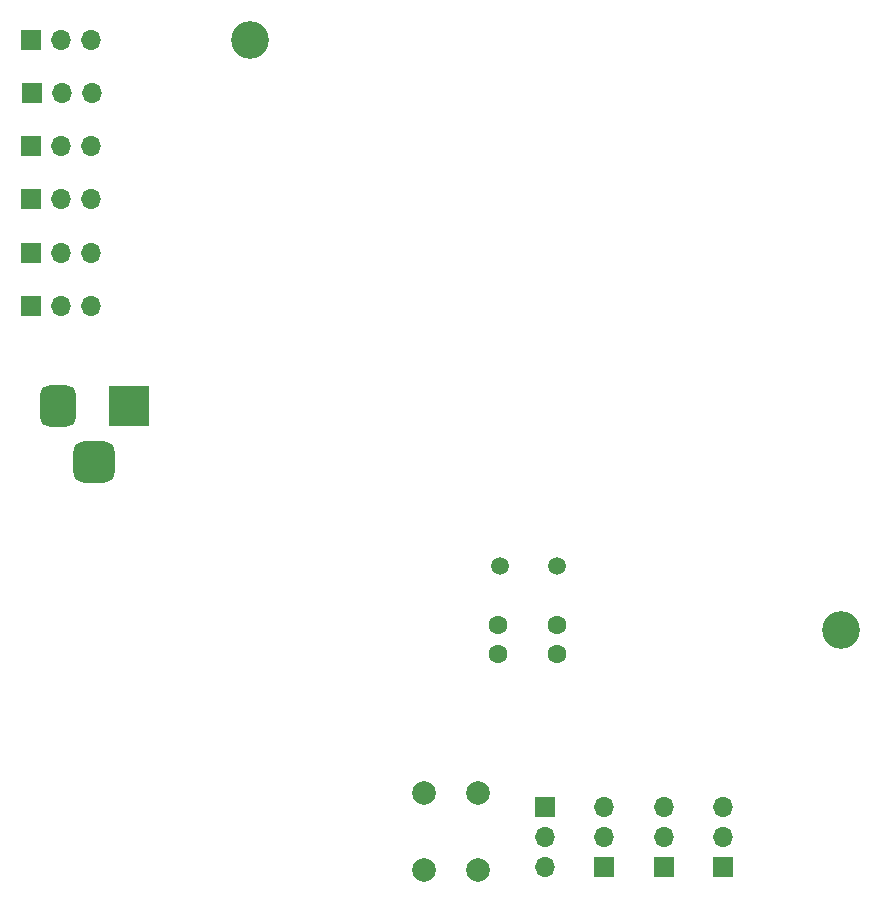
<source format=gbr>
%TF.GenerationSoftware,KiCad,Pcbnew,8.0.6*%
%TF.CreationDate,2025-01-24T14:08:05+11:00*%
%TF.ProjectId,STM32F070F6P6-Robot-Arm-2,53544d33-3246-4303-9730-463650362d52,rev?*%
%TF.SameCoordinates,Original*%
%TF.FileFunction,Soldermask,Bot*%
%TF.FilePolarity,Negative*%
%FSLAX46Y46*%
G04 Gerber Fmt 4.6, Leading zero omitted, Abs format (unit mm)*
G04 Created by KiCad (PCBNEW 8.0.6) date 2025-01-24 14:08:05*
%MOMM*%
%LPD*%
G01*
G04 APERTURE LIST*
G04 Aperture macros list*
%AMRoundRect*
0 Rectangle with rounded corners*
0 $1 Rounding radius*
0 $2 $3 $4 $5 $6 $7 $8 $9 X,Y pos of 4 corners*
0 Add a 4 corners polygon primitive as box body*
4,1,4,$2,$3,$4,$5,$6,$7,$8,$9,$2,$3,0*
0 Add four circle primitives for the rounded corners*
1,1,$1+$1,$2,$3*
1,1,$1+$1,$4,$5*
1,1,$1+$1,$6,$7*
1,1,$1+$1,$8,$9*
0 Add four rect primitives between the rounded corners*
20,1,$1+$1,$2,$3,$4,$5,0*
20,1,$1+$1,$4,$5,$6,$7,0*
20,1,$1+$1,$6,$7,$8,$9,0*
20,1,$1+$1,$8,$9,$2,$3,0*%
G04 Aperture macros list end*
%ADD10C,3.200000*%
%ADD11R,1.700000X1.700000*%
%ADD12O,1.700000X1.700000*%
%ADD13R,3.500000X3.500000*%
%ADD14RoundRect,0.750000X-0.750000X-1.000000X0.750000X-1.000000X0.750000X1.000000X-0.750000X1.000000X0*%
%ADD15RoundRect,0.875000X-0.875000X-0.875000X0.875000X-0.875000X0.875000X0.875000X-0.875000X0.875000X0*%
%ADD16C,1.500000*%
%ADD17C,1.600000*%
%ADD18C,2.000000*%
G04 APERTURE END LIST*
D10*
%TO.C,H2*%
X125000000Y-100000000D03*
%TD*%
D11*
%TO.C,TIM3_CH1*%
X56500000Y-54500000D03*
D12*
X59040000Y-54500000D03*
X61580000Y-54500000D03*
%TD*%
D13*
%TO.C,J10*%
X64750000Y-81000000D03*
D14*
X58750000Y-81000000D03*
D15*
X61750000Y-85700000D03*
%TD*%
D16*
%TO.C,Y1*%
X101000000Y-94500000D03*
X96120000Y-94500000D03*
%TD*%
D11*
%TO.C,TIM1_CH3*%
X56460000Y-72500000D03*
D12*
X59000000Y-72500000D03*
X61540000Y-72500000D03*
%TD*%
D11*
%TO.C,J7*%
X100000000Y-114920000D03*
D12*
X100000000Y-117460000D03*
X100000000Y-120000000D03*
%TD*%
D11*
%TO.C,TIM1_CH2*%
X56460000Y-68000000D03*
D12*
X59000000Y-68000000D03*
X61540000Y-68000000D03*
%TD*%
D11*
%TO.C,J6*%
X110000000Y-120040000D03*
D12*
X110000000Y-117500000D03*
X110000000Y-114960000D03*
%TD*%
D17*
%TO.C,C4_10p1*%
X96000000Y-99500000D03*
X96000000Y-102000000D03*
%TD*%
D18*
%TO.C,RESET1*%
X89750000Y-120250000D03*
X89750000Y-113750000D03*
X94250000Y-120250000D03*
X94250000Y-113750000D03*
%TD*%
D17*
%TO.C,C5_10p1*%
X101000000Y-99500000D03*
X101000000Y-102000000D03*
%TD*%
D11*
%TO.C,TIM14_CH1*%
X56475000Y-50000000D03*
D12*
X59015000Y-50000000D03*
X61555000Y-50000000D03*
%TD*%
D11*
%TO.C,TIM3_CH2*%
X56445000Y-59000000D03*
D12*
X58985000Y-59000000D03*
X61525000Y-59000000D03*
%TD*%
D11*
%TO.C,TIM3_CH4*%
X56475000Y-63500000D03*
D12*
X59015000Y-63500000D03*
X61555000Y-63500000D03*
%TD*%
D10*
%TO.C,H1*%
X75000000Y-50000000D03*
%TD*%
D11*
%TO.C,J8*%
X115000000Y-120025000D03*
D12*
X115000000Y-117485000D03*
X115000000Y-114945000D03*
%TD*%
D11*
%TO.C,J9*%
X105000000Y-120000000D03*
D12*
X105000000Y-117460000D03*
X105000000Y-114920000D03*
%TD*%
M02*

</source>
